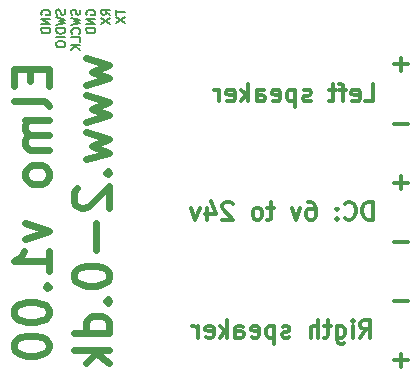
<source format=gbr>
%TF.GenerationSoftware,KiCad,Pcbnew,5.1.9-73d0e3b20d~88~ubuntu20.04.1*%
%TF.CreationDate,2021-04-24T16:50:53+02:00*%
%TF.ProjectId,elmo,656c6d6f-2e6b-4696-9361-645f70636258,v1.00*%
%TF.SameCoordinates,Original*%
%TF.FileFunction,Legend,Bot*%
%TF.FilePolarity,Positive*%
%FSLAX46Y46*%
G04 Gerber Fmt 4.6, Leading zero omitted, Abs format (unit mm)*
G04 Created by KiCad (PCBNEW 5.1.9-73d0e3b20d~88~ubuntu20.04.1) date 2021-04-24 16:50:53*
%MOMM*%
%LPD*%
G01*
G04 APERTURE LIST*
%ADD10C,0.150000*%
%ADD11C,0.600000*%
%ADD12C,0.300000*%
G04 APERTURE END LIST*
D10*
X138085000Y-83348571D02*
X138049285Y-83277142D01*
X138049285Y-83170000D01*
X138085000Y-83062857D01*
X138156428Y-82991428D01*
X138227857Y-82955714D01*
X138370714Y-82920000D01*
X138477857Y-82920000D01*
X138620714Y-82955714D01*
X138692142Y-82991428D01*
X138763571Y-83062857D01*
X138799285Y-83170000D01*
X138799285Y-83241428D01*
X138763571Y-83348571D01*
X138727857Y-83384285D01*
X138477857Y-83384285D01*
X138477857Y-83241428D01*
X138799285Y-83705714D02*
X138049285Y-83705714D01*
X138799285Y-84134285D01*
X138049285Y-84134285D01*
X138799285Y-84491428D02*
X138049285Y-84491428D01*
X138049285Y-84670000D01*
X138085000Y-84777142D01*
X138156428Y-84848571D01*
X138227857Y-84884285D01*
X138370714Y-84920000D01*
X138477857Y-84920000D01*
X138620714Y-84884285D01*
X138692142Y-84848571D01*
X138763571Y-84777142D01*
X138799285Y-84670000D01*
X138799285Y-84491428D01*
X140023571Y-82890714D02*
X140059285Y-82997857D01*
X140059285Y-83176428D01*
X140023571Y-83247857D01*
X139987857Y-83283571D01*
X139916428Y-83319285D01*
X139845000Y-83319285D01*
X139773571Y-83283571D01*
X139737857Y-83247857D01*
X139702142Y-83176428D01*
X139666428Y-83033571D01*
X139630714Y-82962142D01*
X139595000Y-82926428D01*
X139523571Y-82890714D01*
X139452142Y-82890714D01*
X139380714Y-82926428D01*
X139345000Y-82962142D01*
X139309285Y-83033571D01*
X139309285Y-83212142D01*
X139345000Y-83319285D01*
X139309285Y-83569285D02*
X140059285Y-83747857D01*
X139523571Y-83890714D01*
X140059285Y-84033571D01*
X139309285Y-84212142D01*
X140059285Y-84497857D02*
X139309285Y-84497857D01*
X139309285Y-84676428D01*
X139345000Y-84783571D01*
X139416428Y-84855000D01*
X139487857Y-84890714D01*
X139630714Y-84926428D01*
X139737857Y-84926428D01*
X139880714Y-84890714D01*
X139952142Y-84855000D01*
X140023571Y-84783571D01*
X140059285Y-84676428D01*
X140059285Y-84497857D01*
X140059285Y-85247857D02*
X139309285Y-85247857D01*
X139309285Y-85747857D02*
X139309285Y-85890714D01*
X139345000Y-85962142D01*
X139416428Y-86033571D01*
X139559285Y-86069285D01*
X139809285Y-86069285D01*
X139952142Y-86033571D01*
X140023571Y-85962142D01*
X140059285Y-85890714D01*
X140059285Y-85747857D01*
X140023571Y-85676428D01*
X139952142Y-85605000D01*
X139809285Y-85569285D01*
X139559285Y-85569285D01*
X139416428Y-85605000D01*
X139345000Y-85676428D01*
X139309285Y-85747857D01*
X141313571Y-82893571D02*
X141349285Y-83000714D01*
X141349285Y-83179285D01*
X141313571Y-83250714D01*
X141277857Y-83286428D01*
X141206428Y-83322142D01*
X141135000Y-83322142D01*
X141063571Y-83286428D01*
X141027857Y-83250714D01*
X140992142Y-83179285D01*
X140956428Y-83036428D01*
X140920714Y-82965000D01*
X140885000Y-82929285D01*
X140813571Y-82893571D01*
X140742142Y-82893571D01*
X140670714Y-82929285D01*
X140635000Y-82965000D01*
X140599285Y-83036428D01*
X140599285Y-83215000D01*
X140635000Y-83322142D01*
X140599285Y-83572142D02*
X141349285Y-83750714D01*
X140813571Y-83893571D01*
X141349285Y-84036428D01*
X140599285Y-84215000D01*
X141277857Y-84929285D02*
X141313571Y-84893571D01*
X141349285Y-84786428D01*
X141349285Y-84715000D01*
X141313571Y-84607857D01*
X141242142Y-84536428D01*
X141170714Y-84500714D01*
X141027857Y-84465000D01*
X140920714Y-84465000D01*
X140777857Y-84500714D01*
X140706428Y-84536428D01*
X140635000Y-84607857D01*
X140599285Y-84715000D01*
X140599285Y-84786428D01*
X140635000Y-84893571D01*
X140670714Y-84929285D01*
X141349285Y-85607857D02*
X141349285Y-85250714D01*
X140599285Y-85250714D01*
X141349285Y-85857857D02*
X140599285Y-85857857D01*
X141349285Y-86286428D02*
X140920714Y-85965000D01*
X140599285Y-86286428D02*
X141027857Y-85857857D01*
X143889285Y-83345000D02*
X143532142Y-83095000D01*
X143889285Y-82916428D02*
X143139285Y-82916428D01*
X143139285Y-83202142D01*
X143175000Y-83273571D01*
X143210714Y-83309285D01*
X143282142Y-83345000D01*
X143389285Y-83345000D01*
X143460714Y-83309285D01*
X143496428Y-83273571D01*
X143532142Y-83202142D01*
X143532142Y-82916428D01*
X143139285Y-83595000D02*
X143889285Y-84095000D01*
X143139285Y-84095000D02*
X143889285Y-83595000D01*
X144399285Y-82908571D02*
X144399285Y-83337142D01*
X145149285Y-83122857D02*
X144399285Y-83122857D01*
X144399285Y-83515714D02*
X145149285Y-84015714D01*
X144399285Y-84015714D02*
X145149285Y-83515714D01*
X141885000Y-83348571D02*
X141849285Y-83277142D01*
X141849285Y-83170000D01*
X141885000Y-83062857D01*
X141956428Y-82991428D01*
X142027857Y-82955714D01*
X142170714Y-82920000D01*
X142277857Y-82920000D01*
X142420714Y-82955714D01*
X142492142Y-82991428D01*
X142563571Y-83062857D01*
X142599285Y-83170000D01*
X142599285Y-83241428D01*
X142563571Y-83348571D01*
X142527857Y-83384285D01*
X142277857Y-83384285D01*
X142277857Y-83241428D01*
X142599285Y-83705714D02*
X141849285Y-83705714D01*
X142599285Y-84134285D01*
X141849285Y-84134285D01*
X142599285Y-84491428D02*
X141849285Y-84491428D01*
X141849285Y-84670000D01*
X141885000Y-84777142D01*
X141956428Y-84848571D01*
X142027857Y-84884285D01*
X142170714Y-84920000D01*
X142277857Y-84920000D01*
X142420714Y-84884285D01*
X142492142Y-84848571D01*
X142563571Y-84777142D01*
X142599285Y-84670000D01*
X142599285Y-84491428D01*
D11*
X137135714Y-87928571D02*
X137135714Y-88928571D01*
X138707142Y-89357142D02*
X138707142Y-87928571D01*
X135707142Y-87928571D01*
X135707142Y-89357142D01*
X138707142Y-91071428D02*
X138564285Y-90785714D01*
X138278571Y-90642857D01*
X135707142Y-90642857D01*
X138707142Y-92214285D02*
X136707142Y-92214285D01*
X136992857Y-92214285D02*
X136850000Y-92357142D01*
X136707142Y-92642857D01*
X136707142Y-93071428D01*
X136850000Y-93357142D01*
X137135714Y-93500000D01*
X138707142Y-93500000D01*
X137135714Y-93500000D02*
X136850000Y-93642857D01*
X136707142Y-93928571D01*
X136707142Y-94357142D01*
X136850000Y-94642857D01*
X137135714Y-94785714D01*
X138707142Y-94785714D01*
X138707142Y-96642857D02*
X138564285Y-96357142D01*
X138421428Y-96214285D01*
X138135714Y-96071428D01*
X137278571Y-96071428D01*
X136992857Y-96214285D01*
X136850000Y-96357142D01*
X136707142Y-96642857D01*
X136707142Y-97071428D01*
X136850000Y-97357142D01*
X136992857Y-97500000D01*
X137278571Y-97642857D01*
X138135714Y-97642857D01*
X138421428Y-97500000D01*
X138564285Y-97357142D01*
X138707142Y-97071428D01*
X138707142Y-96642857D01*
X136707142Y-100928571D02*
X138707142Y-101642857D01*
X136707142Y-102357142D01*
X138707142Y-105071428D02*
X138707142Y-103357142D01*
X138707142Y-104214285D02*
X135707142Y-104214285D01*
X136135714Y-103928571D01*
X136421428Y-103642857D01*
X136564285Y-103357142D01*
X138421428Y-106357142D02*
X138564285Y-106500000D01*
X138707142Y-106357142D01*
X138564285Y-106214285D01*
X138421428Y-106357142D01*
X138707142Y-106357142D01*
X135707142Y-108357142D02*
X135707142Y-108642857D01*
X135850000Y-108928571D01*
X135992857Y-109071428D01*
X136278571Y-109214285D01*
X136850000Y-109357142D01*
X137564285Y-109357142D01*
X138135714Y-109214285D01*
X138421428Y-109071428D01*
X138564285Y-108928571D01*
X138707142Y-108642857D01*
X138707142Y-108357142D01*
X138564285Y-108071428D01*
X138421428Y-107928571D01*
X138135714Y-107785714D01*
X137564285Y-107642857D01*
X136850000Y-107642857D01*
X136278571Y-107785714D01*
X135992857Y-107928571D01*
X135850000Y-108071428D01*
X135707142Y-108357142D01*
X135707142Y-111214285D02*
X135707142Y-111500000D01*
X135850000Y-111785714D01*
X135992857Y-111928571D01*
X136278571Y-112071428D01*
X136850000Y-112214285D01*
X137564285Y-112214285D01*
X138135714Y-112071428D01*
X138421428Y-111928571D01*
X138564285Y-111785714D01*
X138707142Y-111500000D01*
X138707142Y-111214285D01*
X138564285Y-110928571D01*
X138421428Y-110785714D01*
X138135714Y-110642857D01*
X137564285Y-110500000D01*
X136850000Y-110500000D01*
X136278571Y-110642857D01*
X135992857Y-110785714D01*
X135850000Y-110928571D01*
X135707142Y-111214285D01*
X141807142Y-87000000D02*
X143807142Y-87571428D01*
X142378571Y-88142857D01*
X143807142Y-88714285D01*
X141807142Y-89285714D01*
X141807142Y-90142857D02*
X143807142Y-90714285D01*
X142378571Y-91285714D01*
X143807142Y-91857142D01*
X141807142Y-92428571D01*
X141807142Y-93285714D02*
X143807142Y-93857142D01*
X142378571Y-94428571D01*
X143807142Y-95000000D01*
X141807142Y-95571428D01*
X143521428Y-96714285D02*
X143664285Y-96857142D01*
X143807142Y-96714285D01*
X143664285Y-96571428D01*
X143521428Y-96714285D01*
X143807142Y-96714285D01*
X141092857Y-98000000D02*
X140950000Y-98142857D01*
X140807142Y-98428571D01*
X140807142Y-99142857D01*
X140950000Y-99428571D01*
X141092857Y-99571428D01*
X141378571Y-99714285D01*
X141664285Y-99714285D01*
X142092857Y-99571428D01*
X143807142Y-97857142D01*
X143807142Y-99714285D01*
X142664285Y-101000000D02*
X142664285Y-103285714D01*
X140807142Y-105285714D02*
X140807142Y-105571428D01*
X140950000Y-105857142D01*
X141092857Y-106000000D01*
X141378571Y-106142857D01*
X141950000Y-106285714D01*
X142664285Y-106285714D01*
X143235714Y-106142857D01*
X143521428Y-106000000D01*
X143664285Y-105857142D01*
X143807142Y-105571428D01*
X143807142Y-105285714D01*
X143664285Y-105000000D01*
X143521428Y-104857142D01*
X143235714Y-104714285D01*
X142664285Y-104571428D01*
X141950000Y-104571428D01*
X141378571Y-104714285D01*
X141092857Y-104857142D01*
X140950000Y-105000000D01*
X140807142Y-105285714D01*
X143521428Y-107571428D02*
X143664285Y-107714285D01*
X143807142Y-107571428D01*
X143664285Y-107428571D01*
X143521428Y-107571428D01*
X143807142Y-107571428D01*
X143807142Y-110285714D02*
X140807142Y-110285714D01*
X143664285Y-110285714D02*
X143807142Y-110000000D01*
X143807142Y-109428571D01*
X143664285Y-109142857D01*
X143521428Y-109000000D01*
X143235714Y-108857142D01*
X142378571Y-108857142D01*
X142092857Y-109000000D01*
X141950000Y-109142857D01*
X141807142Y-109428571D01*
X141807142Y-110000000D01*
X141950000Y-110285714D01*
X143807142Y-111714285D02*
X140807142Y-111714285D01*
X142664285Y-112000000D02*
X143807142Y-112857142D01*
X141807142Y-112857142D02*
X142950000Y-111714285D01*
D12*
X169071428Y-92607142D02*
X167928571Y-92607142D01*
X169071428Y-107607142D02*
X167928571Y-107607142D01*
X169071428Y-112607142D02*
X167928571Y-112607142D01*
X168500000Y-113178571D02*
X168500000Y-112035714D01*
X169071428Y-87532142D02*
X167928571Y-87532142D01*
X168500000Y-88103571D02*
X168500000Y-86960714D01*
X165428571Y-90678571D02*
X166142857Y-90678571D01*
X166142857Y-89178571D01*
X164357142Y-90607142D02*
X164500000Y-90678571D01*
X164785714Y-90678571D01*
X164928571Y-90607142D01*
X165000000Y-90464285D01*
X165000000Y-89892857D01*
X164928571Y-89750000D01*
X164785714Y-89678571D01*
X164500000Y-89678571D01*
X164357142Y-89750000D01*
X164285714Y-89892857D01*
X164285714Y-90035714D01*
X165000000Y-90178571D01*
X163857142Y-89678571D02*
X163285714Y-89678571D01*
X163642857Y-90678571D02*
X163642857Y-89392857D01*
X163571428Y-89250000D01*
X163428571Y-89178571D01*
X163285714Y-89178571D01*
X163000000Y-89678571D02*
X162428571Y-89678571D01*
X162785714Y-89178571D02*
X162785714Y-90464285D01*
X162714285Y-90607142D01*
X162571428Y-90678571D01*
X162428571Y-90678571D01*
X160857142Y-90607142D02*
X160714285Y-90678571D01*
X160428571Y-90678571D01*
X160285714Y-90607142D01*
X160214285Y-90464285D01*
X160214285Y-90392857D01*
X160285714Y-90250000D01*
X160428571Y-90178571D01*
X160642857Y-90178571D01*
X160785714Y-90107142D01*
X160857142Y-89964285D01*
X160857142Y-89892857D01*
X160785714Y-89750000D01*
X160642857Y-89678571D01*
X160428571Y-89678571D01*
X160285714Y-89750000D01*
X159571428Y-89678571D02*
X159571428Y-91178571D01*
X159571428Y-89750000D02*
X159428571Y-89678571D01*
X159142857Y-89678571D01*
X159000000Y-89750000D01*
X158928571Y-89821428D01*
X158857142Y-89964285D01*
X158857142Y-90392857D01*
X158928571Y-90535714D01*
X159000000Y-90607142D01*
X159142857Y-90678571D01*
X159428571Y-90678571D01*
X159571428Y-90607142D01*
X157642857Y-90607142D02*
X157785714Y-90678571D01*
X158071428Y-90678571D01*
X158214285Y-90607142D01*
X158285714Y-90464285D01*
X158285714Y-89892857D01*
X158214285Y-89750000D01*
X158071428Y-89678571D01*
X157785714Y-89678571D01*
X157642857Y-89750000D01*
X157571428Y-89892857D01*
X157571428Y-90035714D01*
X158285714Y-90178571D01*
X156285714Y-90678571D02*
X156285714Y-89892857D01*
X156357142Y-89750000D01*
X156500000Y-89678571D01*
X156785714Y-89678571D01*
X156928571Y-89750000D01*
X156285714Y-90607142D02*
X156428571Y-90678571D01*
X156785714Y-90678571D01*
X156928571Y-90607142D01*
X157000000Y-90464285D01*
X157000000Y-90321428D01*
X156928571Y-90178571D01*
X156785714Y-90107142D01*
X156428571Y-90107142D01*
X156285714Y-90035714D01*
X155571428Y-90678571D02*
X155571428Y-89178571D01*
X155428571Y-90107142D02*
X155000000Y-90678571D01*
X155000000Y-89678571D02*
X155571428Y-90250000D01*
X153785714Y-90607142D02*
X153928571Y-90678571D01*
X154214285Y-90678571D01*
X154357142Y-90607142D01*
X154428571Y-90464285D01*
X154428571Y-89892857D01*
X154357142Y-89750000D01*
X154214285Y-89678571D01*
X153928571Y-89678571D01*
X153785714Y-89750000D01*
X153714285Y-89892857D01*
X153714285Y-90035714D01*
X154428571Y-90178571D01*
X153071428Y-90678571D02*
X153071428Y-89678571D01*
X153071428Y-89964285D02*
X153000000Y-89821428D01*
X152928571Y-89750000D01*
X152785714Y-89678571D01*
X152642857Y-89678571D01*
X165071428Y-110678571D02*
X165571428Y-109964285D01*
X165928571Y-110678571D02*
X165928571Y-109178571D01*
X165357142Y-109178571D01*
X165214285Y-109250000D01*
X165142857Y-109321428D01*
X165071428Y-109464285D01*
X165071428Y-109678571D01*
X165142857Y-109821428D01*
X165214285Y-109892857D01*
X165357142Y-109964285D01*
X165928571Y-109964285D01*
X164428571Y-110678571D02*
X164428571Y-109678571D01*
X164428571Y-109178571D02*
X164500000Y-109250000D01*
X164428571Y-109321428D01*
X164357142Y-109250000D01*
X164428571Y-109178571D01*
X164428571Y-109321428D01*
X163071428Y-109678571D02*
X163071428Y-110892857D01*
X163142857Y-111035714D01*
X163214285Y-111107142D01*
X163357142Y-111178571D01*
X163571428Y-111178571D01*
X163714285Y-111107142D01*
X163071428Y-110607142D02*
X163214285Y-110678571D01*
X163500000Y-110678571D01*
X163642857Y-110607142D01*
X163714285Y-110535714D01*
X163785714Y-110392857D01*
X163785714Y-109964285D01*
X163714285Y-109821428D01*
X163642857Y-109750000D01*
X163500000Y-109678571D01*
X163214285Y-109678571D01*
X163071428Y-109750000D01*
X162571428Y-109678571D02*
X162000000Y-109678571D01*
X162357142Y-109178571D02*
X162357142Y-110464285D01*
X162285714Y-110607142D01*
X162142857Y-110678571D01*
X162000000Y-110678571D01*
X161500000Y-110678571D02*
X161500000Y-109178571D01*
X160857142Y-110678571D02*
X160857142Y-109892857D01*
X160928571Y-109750000D01*
X161071428Y-109678571D01*
X161285714Y-109678571D01*
X161428571Y-109750000D01*
X161500000Y-109821428D01*
X159071428Y-110607142D02*
X158928571Y-110678571D01*
X158642857Y-110678571D01*
X158500000Y-110607142D01*
X158428571Y-110464285D01*
X158428571Y-110392857D01*
X158500000Y-110250000D01*
X158642857Y-110178571D01*
X158857142Y-110178571D01*
X159000000Y-110107142D01*
X159071428Y-109964285D01*
X159071428Y-109892857D01*
X159000000Y-109750000D01*
X158857142Y-109678571D01*
X158642857Y-109678571D01*
X158500000Y-109750000D01*
X157785714Y-109678571D02*
X157785714Y-111178571D01*
X157785714Y-109750000D02*
X157642857Y-109678571D01*
X157357142Y-109678571D01*
X157214285Y-109750000D01*
X157142857Y-109821428D01*
X157071428Y-109964285D01*
X157071428Y-110392857D01*
X157142857Y-110535714D01*
X157214285Y-110607142D01*
X157357142Y-110678571D01*
X157642857Y-110678571D01*
X157785714Y-110607142D01*
X155857142Y-110607142D02*
X156000000Y-110678571D01*
X156285714Y-110678571D01*
X156428571Y-110607142D01*
X156500000Y-110464285D01*
X156500000Y-109892857D01*
X156428571Y-109750000D01*
X156285714Y-109678571D01*
X156000000Y-109678571D01*
X155857142Y-109750000D01*
X155785714Y-109892857D01*
X155785714Y-110035714D01*
X156500000Y-110178571D01*
X154500000Y-110678571D02*
X154500000Y-109892857D01*
X154571428Y-109750000D01*
X154714285Y-109678571D01*
X155000000Y-109678571D01*
X155142857Y-109750000D01*
X154500000Y-110607142D02*
X154642857Y-110678571D01*
X155000000Y-110678571D01*
X155142857Y-110607142D01*
X155214285Y-110464285D01*
X155214285Y-110321428D01*
X155142857Y-110178571D01*
X155000000Y-110107142D01*
X154642857Y-110107142D01*
X154500000Y-110035714D01*
X153785714Y-110678571D02*
X153785714Y-109178571D01*
X153642857Y-110107142D02*
X153214285Y-110678571D01*
X153214285Y-109678571D02*
X153785714Y-110250000D01*
X152000000Y-110607142D02*
X152142857Y-110678571D01*
X152428571Y-110678571D01*
X152571428Y-110607142D01*
X152642857Y-110464285D01*
X152642857Y-109892857D01*
X152571428Y-109750000D01*
X152428571Y-109678571D01*
X152142857Y-109678571D01*
X152000000Y-109750000D01*
X151928571Y-109892857D01*
X151928571Y-110035714D01*
X152642857Y-110178571D01*
X151285714Y-110678571D02*
X151285714Y-109678571D01*
X151285714Y-109964285D02*
X151214285Y-109821428D01*
X151142857Y-109750000D01*
X151000000Y-109678571D01*
X150857142Y-109678571D01*
X169071428Y-102557142D02*
X167928571Y-102557142D01*
X169071428Y-97557142D02*
X167928571Y-97557142D01*
X168500000Y-98128571D02*
X168500000Y-96985714D01*
X166107142Y-100678571D02*
X166107142Y-99178571D01*
X165750000Y-99178571D01*
X165535714Y-99250000D01*
X165392857Y-99392857D01*
X165321428Y-99535714D01*
X165250000Y-99821428D01*
X165250000Y-100035714D01*
X165321428Y-100321428D01*
X165392857Y-100464285D01*
X165535714Y-100607142D01*
X165750000Y-100678571D01*
X166107142Y-100678571D01*
X163750000Y-100535714D02*
X163821428Y-100607142D01*
X164035714Y-100678571D01*
X164178571Y-100678571D01*
X164392857Y-100607142D01*
X164535714Y-100464285D01*
X164607142Y-100321428D01*
X164678571Y-100035714D01*
X164678571Y-99821428D01*
X164607142Y-99535714D01*
X164535714Y-99392857D01*
X164392857Y-99250000D01*
X164178571Y-99178571D01*
X164035714Y-99178571D01*
X163821428Y-99250000D01*
X163750000Y-99321428D01*
X163107142Y-100535714D02*
X163035714Y-100607142D01*
X163107142Y-100678571D01*
X163178571Y-100607142D01*
X163107142Y-100535714D01*
X163107142Y-100678571D01*
X163107142Y-99750000D02*
X163035714Y-99821428D01*
X163107142Y-99892857D01*
X163178571Y-99821428D01*
X163107142Y-99750000D01*
X163107142Y-99892857D01*
X160607142Y-99178571D02*
X160892857Y-99178571D01*
X161035714Y-99250000D01*
X161107142Y-99321428D01*
X161250000Y-99535714D01*
X161321428Y-99821428D01*
X161321428Y-100392857D01*
X161250000Y-100535714D01*
X161178571Y-100607142D01*
X161035714Y-100678571D01*
X160750000Y-100678571D01*
X160607142Y-100607142D01*
X160535714Y-100535714D01*
X160464285Y-100392857D01*
X160464285Y-100035714D01*
X160535714Y-99892857D01*
X160607142Y-99821428D01*
X160750000Y-99750000D01*
X161035714Y-99750000D01*
X161178571Y-99821428D01*
X161250000Y-99892857D01*
X161321428Y-100035714D01*
X159964285Y-99678571D02*
X159607142Y-100678571D01*
X159250000Y-99678571D01*
X157750000Y-99678571D02*
X157178571Y-99678571D01*
X157535714Y-99178571D02*
X157535714Y-100464285D01*
X157464285Y-100607142D01*
X157321428Y-100678571D01*
X157178571Y-100678571D01*
X156464285Y-100678571D02*
X156607142Y-100607142D01*
X156678571Y-100535714D01*
X156750000Y-100392857D01*
X156750000Y-99964285D01*
X156678571Y-99821428D01*
X156607142Y-99750000D01*
X156464285Y-99678571D01*
X156250000Y-99678571D01*
X156107142Y-99750000D01*
X156035714Y-99821428D01*
X155964285Y-99964285D01*
X155964285Y-100392857D01*
X156035714Y-100535714D01*
X156107142Y-100607142D01*
X156250000Y-100678571D01*
X156464285Y-100678571D01*
X154250000Y-99321428D02*
X154178571Y-99250000D01*
X154035714Y-99178571D01*
X153678571Y-99178571D01*
X153535714Y-99250000D01*
X153464285Y-99321428D01*
X153392857Y-99464285D01*
X153392857Y-99607142D01*
X153464285Y-99821428D01*
X154321428Y-100678571D01*
X153392857Y-100678571D01*
X152107142Y-99678571D02*
X152107142Y-100678571D01*
X152464285Y-99107142D02*
X152821428Y-100178571D01*
X151892857Y-100178571D01*
X151464285Y-99678571D02*
X151107142Y-100678571D01*
X150750000Y-99678571D01*
M02*

</source>
